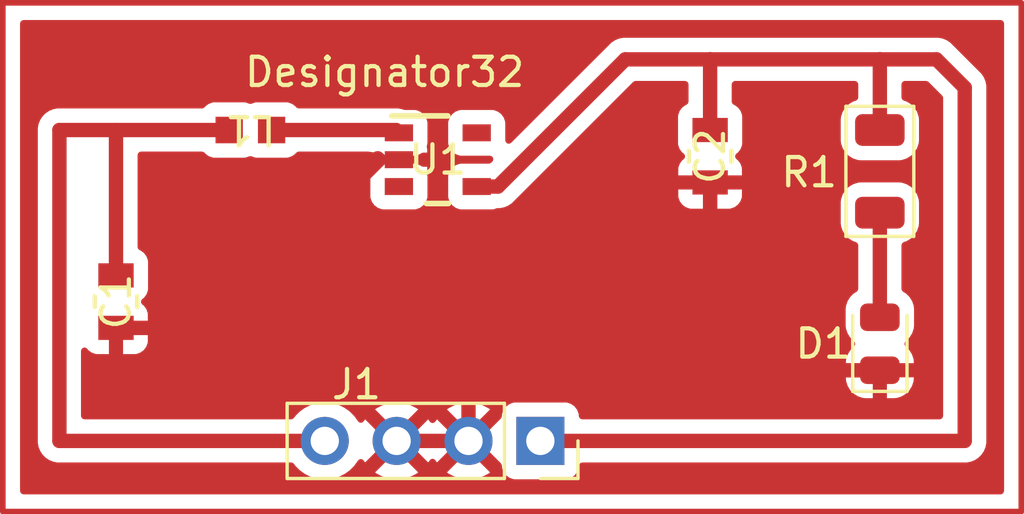
<source format=kicad_pcb>
(kicad_pcb (version 20241229) (generator "pcbnew") (generator_version "9.0")
  (layers (0 "F.Cu" signal) (2 "B.Cu" signal) (13 "F.Paste" user) (15 "B.Paste" user) (5 "F.SilkS" user "F.Silkscreen") (7 "B.SilkS" user "B.Silkscreen") (1 "F.Mask" user) (3 "B.Mask" user) (25 "Edge.Cuts" user))
  (net 0 "")
  (net 1 "GNDPWR")
  (net 2 "/Vin")
  (net 3 "/Vout")
  (net 4 "Net-(U1-SW)")
  (net 7 "Net-(D1-A)")
  (footprint "LED_SMD:LED_0805_2012Metric" (layer "F.Cu") (at 31 -5.9375 90)
    (property "Reference" "D1" (at 0 -2 0) (layer "F.SilkS"))
    (property "Value" "LED")
    (fp_line (start 1 -0.96) (end -1.685 -0.96) (stroke (width 0.12)) (layer "F.SilkS"))
    (fp_line (start -1.685 -0.96) (end -1.685 0.96) (stroke (width 0.12)) (layer "F.SilkS"))
    (fp_line (start -1.685 0.96) (end 1 0.96) (stroke (width 0.12)) (layer "F.SilkS"))
    (pad "1" smd roundrect (at -0.9375 0 90) (size 0.975 1.4) (layers "F.Cu" "F.Mask" "F.Paste") (net 1 "GNDPWR"))
    (pad "2" smd roundrect (at 0.9375 0 90) (size 0.975 1.4) (layers "F.Cu" "F.Mask" "F.Paste") (net 7 "Net-(D1-A)"))
  )
  (footprint "Connector_PinSocket_2.54mm:PinSocket_1x04_P2.54mm_Vertical" (layer "F.Cu") (at 19 -2.5 -90)
    (property "Reference" "J1" (at -2 6.5 0) (layer "F.SilkS"))
    (property "Value" "Conn_01x04" (hide yes))
    (fp_line (start -1.33 8.95) (end 1.33 8.95) (stroke (width 0.12)) (layer "F.SilkS"))
    (fp_line (start -1.33 1.27) (end -1.33 8.95) (stroke (width 0.12)) (layer "F.SilkS"))
    (fp_line (start -1.33 1.27) (end 1.33 1.27) (stroke (width 0.12)) (layer "F.SilkS"))
    (fp_line (start 1.33 1.27) (end 1.33 8.95) (stroke (width 0.12)) (layer "F.SilkS"))
    (fp_line (start 0 -1.33) (end 1.33 -1.33) (stroke (width 0.12)) (layer "F.SilkS"))
    (fp_line (start 1.33 -1.33) (end 1.33 0) (stroke (width 0.12)) (layer "F.SilkS"))
    (pad "1" thru_hole rect (at 0 0 270) (size 1.7 1.7) (drill 1) (layers "*.Cu" "*.Mask") (net 3 "/Vout"))
    (pad "2" thru_hole circle (at 0 2.54 270) (size 1.7 1.7) (drill 1) (layers "*.Cu" "*.Mask") (net 1 "GNDPWR"))
    (pad "3" thru_hole circle (at 0 5.08 270) (size 1.7 1.7) (drill 1) (layers "*.Cu" "*.Mask") (net 1 "GNDPWR"))
    (pad "4" thru_hole circle (at 0 7.62 270) (size 1.7 1.7) (drill 1) (layers "*.Cu" "*.Mask") (net 2 "/Vin"))
  )
  (footprint "LQM18PN4R7MFRL:IND_LQM18PxxxxFRx_MUR" (layer "F.Cu") (at 8.7507 -13.5 180)
    (property "Reference" "L1" (at 0 0 180) (layer "F.SilkS"))
    (property "Value" "LQM18PN4R7MFRL" (hide yes))
    (pad "1" smd rect (at -0.7493 0 180) (size 0.9652 0.9398) (layers "F.Cu" "F.Mask" "F.Paste") (net 4 "Net-(U1-SW)"))
    (pad "2" smd rect (at 0.7493 0 180) (size 0.9652 0.9398) (layers "F.Cu" "F.Mask" "F.Paste") (net 2 "/Vin"))
    (zone (net 0) (net_name "") (layer "F.Cu") (connect_pads (clearance 0)) (min_thickness 0.254)
      (keepout (tracks not_allowed) (vias not_allowed) (pads allowed) (copperpour not_allowed) (footprints allowed))
      (fill (thermal_gap 0.508) (thermal_bridge_width 0.508))
      (polygon (pts (xy 8.9666 -13.0809) (xy 8.5348 -13.0809) (xy 8.5348 -13.9191) (xy 8.9666 -13.9191)))
    )
  )
  (footprint "CL21A226MQQNNNE:CAP_CL21_SAM" (layer "F.Cu") (at 4 -7.4278 90)
    (property "Reference" "C1" (at 0 0 90) (layer "F.SilkS"))
    (property "Value" "CL21A226MQQNNNE" (hide yes))
    (fp_line (start 0.19245 -0.752) (end -0.19245 -0.752) (stroke (width 0.1524)) (layer "F.SilkS"))
    (fp_line (start -0.19245 0.752) (end 0.19245 0.752) (stroke (width 0.1524)) (layer "F.SilkS"))
    (pad "1" smd rect (at -0.9278 0 90) (size 0.8556 1.25) (layers "F.Cu" "F.Mask" "F.Paste") (net 1 "GNDPWR"))
    (pad "2" smd rect (at 0.9278 0 90) (size 0.8556 1.25) (layers "F.Cu" "F.Mask" "F.Paste") (net 2 "/Vin"))
    (zone (net 0) (net_name "") (layer "F.Cu") (connect_pads (clearance 0)) (min_thickness 0.254)
      (keepout (tracks not_allowed) (vias not_allowed) (pads allowed) (copperpour not_allowed) (footprints allowed))
      (fill (thermal_gap 0.508) (thermal_bridge_width 0.508))
      (polygon (pts (xy 3.4258 -6.9786) (xy 3.4258 -7.877) (xy 4.5742 -7.877) (xy 4.5742 -6.9786)))
    )
  )
  (footprint "TPS613221ADBVR:DBV0005A_N" (layer "F.Cu") (at 15.375001 -12.449998)
    (property "Reference" "U1" (at 0 0 0) (layer "F.SilkS"))
    (property "Value" "TPS613222ADBVR" (hide yes))
    (fp_line (start -1.625001 -1.549999) (end 0.349999 -1.549999) (stroke (width 0.2)) (layer "F.SilkS"))
    (fp_line (start -0.399999 1.549999) (end 0.375003 1.549999) (stroke (width 0.2)) (layer "F.SilkS"))
    (fp_text user "Designator32" (at -1.8796 -3.0988 0) (layer "F.SilkS"))
    (pad "1" smd rect (at -1.375001 -0.950001 90) (size 0.599999 1) (layers "F.Cu" "F.Mask" "F.Paste") (net 4 "Net-(U1-SW)"))
    (pad "2" smd rect (at -1.375001 0 90) (size 0.599999 1) (layers "F.Cu" "F.Mask" "F.Paste") (net 1 "GNDPWR"))
    (pad "3" smd rect (at -1.375001 0.949998 90) (size 0.599999 1) (layers "F.Cu" "F.Mask" "F.Paste"))
    (pad "4" smd rect (at 1.374999 0.949998 90) (size 0.599999 1) (layers "F.Cu" "F.Mask" "F.Paste") (net 3 "/Vout"))
    (pad "5" smd rect (at 1.374999 -0.950001 90) (size 0.599999 1) (layers "F.Cu" "F.Mask" "F.Paste"))
  )
  (footprint "CL21A226MQQNNNE:CAP_CL21_SAM" (layer "F.Cu") (at 25 -12.5722 90)
    (property "Reference" "C2" (at 0 0 90) (layer "F.SilkS"))
    (property "Value" "CL21A226MQQNNNE" (hide yes))
    (fp_line (start 0.19245 -0.752) (end -0.19245 -0.752) (stroke (width 0.1524)) (layer "F.SilkS"))
    (fp_line (start -0.19245 0.752) (end 0.19245 0.752) (stroke (width 0.1524)) (layer "F.SilkS"))
    (pad "1" smd rect (at -0.9278 0 90) (size 0.8556 1.25) (layers "F.Cu" "F.Mask" "F.Paste") (net 1 "GNDPWR"))
    (pad "2" smd rect (at 0.9278 0 90) (size 0.8556 1.25) (layers "F.Cu" "F.Mask" "F.Paste") (net 3 "/Vout"))
    (zone (net 0) (net_name "") (layer "F.Cu") (connect_pads (clearance 0)) (min_thickness 0.254)
      (keepout (tracks not_allowed) (vias not_allowed) (pads allowed) (copperpour not_allowed) (footprints allowed))
      (fill (thermal_gap 0.508) (thermal_bridge_width 0.508))
      (polygon (pts (xy 24.4258 -12.123) (xy 24.4258 -13.0214) (xy 25.5742 -13.0214) (xy 25.5742 -12.123)))
    )
  )
  (footprint "PCM_Resistor_SMD_AKL:R_1206_3216Metric" (layer "F.Cu") (at 31 -12.0375 -90)
    (property "Reference" "R1" (at 0.0375 2.5 180) (layer "F.SilkS"))
    (property "Value" "1k" (hide yes))
    (fp_line (start -2.3 1.2) (end 2.3 1.2) (stroke (width 0.12)) (layer "F.SilkS"))
    (fp_line (start 2.3 1.2) (end 2.3 -1.2) (stroke (width 0.12)) (layer "F.SilkS"))
    (fp_line (start -2.3 -1.2) (end -2.3 1.2) (stroke (width 0.12)) (layer "F.SilkS"))
    (fp_line (start 2.3 -1.2) (end -2.3 -1.2) (stroke (width 0.12)) (layer "F.SilkS"))
    (pad "1" smd roundrect (at -1.4625 0 270) (size 1.125 1.75) (layers "F.Cu" "F.Mask" "F.Paste") (roundrect_rratio 0.222222) (net 3 "/Vout"))
    (pad "2" smd roundrect (at 1.4625 0 270) (size 1.125 1.75) (layers "F.Cu" "F.Mask" "F.Paste") (roundrect_rratio 0.222222) (net 7 "Net-(D1-A)"))
  )
  (gr_rect (start 0 -18) (end 36 0) (stroke (width 0.2)) (fill no) (layer "F.Cu"))
  (segment (start 11.5 -10.649998) (end 11.5 -6.5) (width 0.508) (layer "F.Cu") (net 1))
  (segment (start 13.3 -12.449998) (end 14 -12.449998) (width 0.2) (layer "F.Cu") (net 1))
  (segment (start 25 -5) (end 31 -5) (width 0.508) (layer "F.Cu") (net 1))
  (segment (start 13.3 -12.449998) (end 11.5 -10.649998) (width 0.508) (layer "F.Cu") (net 1))
  (segment (start 25 -11.6444) (end 25 -5) (width 0.508) (layer "F.Cu") (net 1))
  (segment (start 11.5 -6.5) (end 12.5 -6.5) (width 0.508) (layer "F.Cu") (net 1))
  (segment (start 11.5 -6.5) (end 4 -6.5) (width 0.508) (layer "F.Cu") (net 1))
  (segment (start 13.249998 -12.5) (end 13.3 -12.449998) (width 0.508) (layer "F.Cu") (net 1))
  (segment (start 16.46 -4.96) (end 16.5 -5) (width 0.508) (layer "F.Cu") (net 1))
  (segment (start 14 -5) (end 25 -5) (width 0.508) (layer "F.Cu") (net 1))
  (segment (start 12.5 -6.5) (end 14 -5) (width 0.508) (layer "F.Cu") (net 1))
  (segment (start 16.46 -2.5) (end 13.92 -2.5) (width 0.508) (layer "F.Cu") (net 1))
  (segment (start 16.46 -2.5) (end 16.46 -4.96) (width 0.508) (layer "F.Cu") (net 1))
  (segment (start 4 -13.5) (end 8.0014 -13.5) (width 0.508) (layer "F.Cu") (net 2))
  (segment (start 2 -13.5) (end 4 -13.5) (width 0.508) (layer "F.Cu") (net 2))
  (segment (start 4 -8.3556) (end 4 -13.5) (width 0.508) (layer "F.Cu") (net 2))
  (segment (start 11.42 -2.5) (end 2 -2.5) (width 0.508) (layer "F.Cu") (net 2))
  (segment (start 2 -2.5) (end 2 -13.5) (width 0.508) (layer "F.Cu") (net 2))
  (segment (start 31 -16) (end 33 -16) (width 0.508) (layer "F.Cu") (net 3))
  (segment (start 31 -16) (end 31 -13.5) (width 0.508) (layer "F.Cu") (net 3))
  (segment (start 34 -15) (end 34 -2.5) (width 0.508) (layer "F.Cu") (net 3))
  (segment (start 25 -16) (end 25 -13.5) (width 0.508) (layer "F.Cu") (net 3))
  (segment (start 17.5 -11.5) (end 22 -16) (width 0.508) (layer "F.Cu") (net 3))
  (segment (start 33 -16) (end 34 -15) (width 0.508) (layer "F.Cu") (net 3))
  (segment (start 16.75 -11.5) (end 17.5 -11.5) (width 0.508) (layer "F.Cu") (net 3))
  (segment (start 25 -16) (end 31 -16) (width 0.508) (layer "F.Cu") (net 3))
  (segment (start 34 -2.5) (end 19 -2.5) (width 0.508) (layer "F.Cu") (net 3))
  (segment (start 22 -16) (end 25 -16) (width 0.508) (layer "F.Cu") (net 3))
  (segment (start 13.899999 -13.5) (end 14 -13.399999) (width 0.508) (layer "F.Cu") (net 4))
  (segment (start 9.5 -13.5) (end 13.899999 -13.5) (width 0.508) (layer "F.Cu") (net 4))
  (segment (start 31 -6.875) (end 31 -10.575) (width 0.508) (layer "F.Cu") (net 7))
  (zone (net 1) (net_name "GNDPWR") (layer "F.Cu") (connect_pads (clearance 0.508)) (min_thickness 0.25) (fill yes (thermal_gap 0.5) (thermal_bridge_width 0.5))
    (polygon (pts (xy 0 -18) (xy 36 -18) (xy 36 0) (xy 0 0)))
  )
)
</source>
